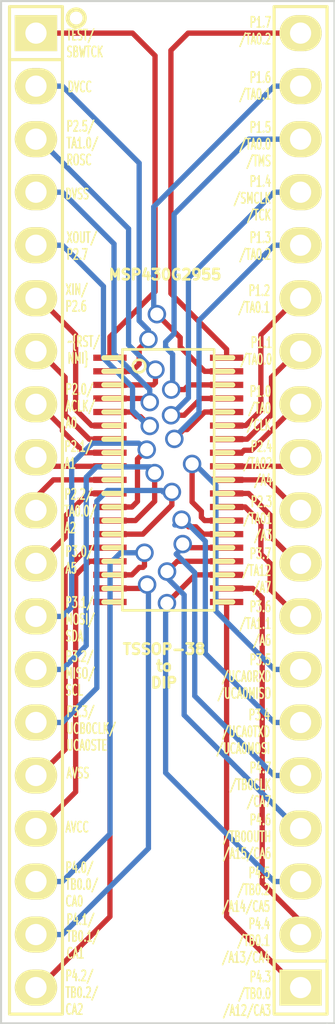
<source format=kicad_pcb>
(kicad_pcb (version 4) (host pcbnew "(2015-02-18 BZR 5431)-product")

  (general
    (links 38)
    (no_connects 0)
    (area 95.421667 94.730499 118.446334 143.814001)
    (thickness 1.6)
    (drawings 47)
    (tracks 289)
    (zones 0)
    (modules 3)
    (nets 39)
  )

  (page A4)
  (layers
    (0 F.Cu signal)
    (31 B.Cu signal)
    (32 B.Adhes user)
    (33 F.Adhes user)
    (34 B.Paste user)
    (35 F.Paste user)
    (36 B.SilkS user)
    (37 F.SilkS user)
    (38 B.Mask user)
    (39 F.Mask user)
    (40 Dwgs.User user)
    (41 Cmts.User user)
    (42 Eco1.User user)
    (43 Eco2.User user)
    (44 Edge.Cuts user)
    (45 Margin user)
    (46 B.CrtYd user)
    (47 F.CrtYd user)
    (48 B.Fab user)
    (49 F.Fab user)
  )

  (setup
    (last_trace_width 0.254)
    (trace_clearance 0.254)
    (zone_clearance 0.508)
    (zone_45_only no)
    (trace_min 0.254)
    (segment_width 0.2)
    (edge_width 0.1)
    (via_size 0.889)
    (via_drill 0.635)
    (via_min_size 0.889)
    (via_min_drill 0.508)
    (uvia_size 0.508)
    (uvia_drill 0.127)
    (uvias_allowed no)
    (uvia_min_size 0.508)
    (uvia_min_drill 0.127)
    (pcb_text_width 0.3)
    (pcb_text_size 0.3 0.5)
    (mod_edge_width 0.15)
    (mod_text_size 1 1)
    (mod_text_width 0.15)
    (pad_size 1.5 1.5)
    (pad_drill 0.6)
    (pad_to_mask_clearance 0)
    (aux_axis_origin 0 0)
    (visible_elements FFFFFF7F)
    (pcbplotparams
      (layerselection 0x010f0_80000001)
      (usegerberextensions true)
      (excludeedgelayer true)
      (linewidth 0.100000)
      (plotframeref false)
      (viasonmask false)
      (mode 1)
      (useauxorigin false)
      (hpglpennumber 1)
      (hpglpenspeed 20)
      (hpglpendiameter 15)
      (hpglpenoverlay 2)
      (psnegative false)
      (psa4output false)
      (plotreference true)
      (plotvalue true)
      (plotinvisibletext false)
      (padsonsilk false)
      (subtractmaskfromsilk false)
      (outputformat 1)
      (mirror false)
      (drillshape 0)
      (scaleselection 1)
      (outputdirectory ""))
  )

  (net 0 "")
  (net 1 /1)
  (net 2 /2)
  (net 3 /3)
  (net 4 /4)
  (net 5 /5)
  (net 6 /6)
  (net 7 /7)
  (net 8 /8)
  (net 9 /9)
  (net 10 /10)
  (net 11 /11)
  (net 12 /12)
  (net 13 /13)
  (net 14 /14)
  (net 15 /15)
  (net 16 /16)
  (net 17 /17)
  (net 18 /18)
  (net 19 /19)
  (net 20 /20)
  (net 21 /21)
  (net 22 /22)
  (net 23 /23)
  (net 24 /24)
  (net 25 /25)
  (net 26 /26)
  (net 27 /27)
  (net 28 /28)
  (net 29 /29)
  (net 30 /30)
  (net 31 /31)
  (net 32 /32)
  (net 33 /33)
  (net 34 /34)
  (net 35 /35)
  (net 36 /36)
  (net 37 /37)
  (net 38 /38)

  (net_class Default "This is the default net class."
    (clearance 0.254)
    (trace_width 0.254)
    (via_dia 0.889)
    (via_drill 0.635)
    (uvia_dia 0.508)
    (uvia_drill 0.127)
    (add_net /1)
    (add_net /10)
    (add_net /11)
    (add_net /12)
    (add_net /13)
    (add_net /14)
    (add_net /15)
    (add_net /16)
    (add_net /17)
    (add_net /18)
    (add_net /19)
    (add_net /2)
    (add_net /20)
    (add_net /21)
    (add_net /22)
    (add_net /23)
    (add_net /24)
    (add_net /25)
    (add_net /26)
    (add_net /27)
    (add_net /28)
    (add_net /29)
    (add_net /3)
    (add_net /30)
    (add_net /31)
    (add_net /32)
    (add_net /33)
    (add_net /34)
    (add_net /35)
    (add_net /36)
    (add_net /37)
    (add_net /38)
    (add_net /4)
    (add_net /5)
    (add_net /6)
    (add_net /7)
    (add_net /8)
    (add_net /9)
  )

  (module SMD_Packages:AB2_TSSOP38 (layer F.Cu) (tedit 54E7EB0C) (tstamp 54E7F0F1)
    (at 106.934 117.729 270)
    (path /54E7A745)
    (attr smd)
    (fp_text reference U1 (at 2.032 -0.889 270) (layer F.SilkS) hide
      (effects (font (size 0.8128 0.8128) (thickness 0.0762)))
    )
    (fp_text value MSP430G2955IDA38 (at 0.254 0.127 270) (layer F.SilkS) hide
      (effects (font (size 0.8128 0.8128) (thickness 0.0762)))
    )
    (fp_circle (center -5.45 1.4) (end -5.45 1.1) (layer F.SilkS) (width 0.127))
    (fp_line (start -6.25 -2.2) (end 6.25 -2.2) (layer F.SilkS) (width 0.127))
    (fp_line (start 6.25 -2.2) (end 6.25 2.2) (layer F.SilkS) (width 0.127))
    (fp_line (start 6.25 2.2) (end -6.25 2.2) (layer F.SilkS) (width 0.127))
    (fp_line (start -6.25 2.2) (end -6.25 -2.2) (layer F.SilkS) (width 0.127))
    (fp_line (start -5.85 -2.27) (end -5.85 -3.09) (layer F.SilkS) (width 0.25))
    (fp_line (start -5.2 -2.27) (end -5.2 -3.09) (layer F.SilkS) (width 0.25))
    (fp_line (start -4.55 -2.27) (end -4.55 -3.09) (layer F.SilkS) (width 0.25))
    (fp_line (start -3.9 -2.27) (end -3.9 -3.09) (layer F.SilkS) (width 0.25))
    (fp_line (start -3.25 -2.27) (end -3.25 -3.09) (layer F.SilkS) (width 0.25))
    (fp_line (start -2.6 -2.27) (end -2.6 -3.09) (layer F.SilkS) (width 0.25))
    (fp_line (start -1.95 -2.27) (end -1.95 -3.09) (layer F.SilkS) (width 0.25))
    (fp_line (start -1.3 -2.27) (end -1.3 -3.09) (layer F.SilkS) (width 0.25))
    (fp_line (start -0.65 -2.27) (end -0.65 -3.09) (layer F.SilkS) (width 0.25))
    (fp_line (start 0 -2.27) (end 0 -3.09) (layer F.SilkS) (width 0.25))
    (fp_line (start 0.65 -2.27) (end 0.65 -3.09) (layer F.SilkS) (width 0.25))
    (fp_line (start 1.3 -2.27) (end 1.3 -3.09) (layer F.SilkS) (width 0.25))
    (fp_line (start 1.95 -2.27) (end 1.95 -3.09) (layer F.SilkS) (width 0.25))
    (fp_line (start 2.6 -2.27) (end 2.6 -3.09) (layer F.SilkS) (width 0.25))
    (fp_line (start 3.25 -2.27) (end 3.25 -3.09) (layer F.SilkS) (width 0.25))
    (fp_line (start 3.9 -2.27) (end 3.9 -3.09) (layer F.SilkS) (width 0.25))
    (fp_line (start 4.55 -2.27) (end 4.55 -3.09) (layer F.SilkS) (width 0.25))
    (fp_line (start 5.2 -2.27) (end 5.2 -3.09) (layer F.SilkS) (width 0.25))
    (fp_line (start 5.85 -2.27) (end 5.85 -3.09) (layer F.SilkS) (width 0.25))
    (fp_line (start -5.85 2.27) (end -5.85 3.09) (layer F.SilkS) (width 0.25))
    (fp_line (start -5.2 2.27) (end -5.2 3.09) (layer F.SilkS) (width 0.25))
    (fp_line (start -4.55 2.27) (end -4.55 3.09) (layer F.SilkS) (width 0.25))
    (fp_line (start -3.9 2.27) (end -3.9 3.09) (layer F.SilkS) (width 0.25))
    (fp_line (start -3.25 2.27) (end -3.25 3.09) (layer F.SilkS) (width 0.25))
    (fp_line (start -2.6 2.27) (end -2.6 3.09) (layer F.SilkS) (width 0.25))
    (fp_line (start -1.95 2.27) (end -1.95 3.09) (layer F.SilkS) (width 0.25))
    (fp_line (start -1.3 2.27) (end -1.3 3.09) (layer F.SilkS) (width 0.25))
    (fp_line (start -0.65 2.27) (end -0.65 3.09) (layer F.SilkS) (width 0.25))
    (fp_line (start 0 2.27) (end 0 3.09) (layer F.SilkS) (width 0.25))
    (fp_line (start 0.65 2.27) (end 0.65 3.09) (layer F.SilkS) (width 0.25))
    (fp_line (start 1.3 2.27) (end 1.3 3.09) (layer F.SilkS) (width 0.25))
    (fp_line (start 1.95 2.27) (end 1.95 3.09) (layer F.SilkS) (width 0.25))
    (fp_line (start 2.6 2.27) (end 2.6 3.09) (layer F.SilkS) (width 0.25))
    (fp_line (start 3.25 2.27) (end 3.25 3.09) (layer F.SilkS) (width 0.25))
    (fp_line (start 3.9 2.27) (end 3.9 3.09) (layer F.SilkS) (width 0.25))
    (fp_line (start 4.55 2.27) (end 4.55 3.09) (layer F.SilkS) (width 0.25))
    (fp_line (start 5.2 2.27) (end 5.2 3.09) (layer F.SilkS) (width 0.25))
    (fp_line (start 5.85 2.27) (end 5.85 3.09) (layer F.SilkS) (width 0.25))
    (pad 1 smd rect (at -5.85 2.8 270) (size 0.3 1.6) (layers F.Cu F.Paste F.Mask)
      (net 1 /1))
    (pad 2 smd rect (at -5.2 2.8 270) (size 0.3 1.6) (layers F.Cu F.Paste F.Mask)
      (net 2 /2))
    (pad 3 smd rect (at -4.55 2.8 270) (size 0.3 1.6) (layers F.Cu F.Paste F.Mask)
      (net 3 /3))
    (pad 4 smd rect (at -3.9 2.8 270) (size 0.3 1.6) (layers F.Cu F.Paste F.Mask)
      (net 4 /4))
    (pad 5 smd rect (at -3.25 2.8 270) (size 0.3 1.6) (layers F.Cu F.Paste F.Mask)
      (net 5 /5))
    (pad 6 smd rect (at -2.6 2.8 270) (size 0.3 1.6) (layers F.Cu F.Paste F.Mask)
      (net 6 /6))
    (pad 7 smd rect (at -1.95 2.8 270) (size 0.3 1.6) (layers F.Cu F.Paste F.Mask)
      (net 7 /7))
    (pad 8 smd rect (at -1.3 2.8 270) (size 0.3 1.6) (layers F.Cu F.Paste F.Mask)
      (net 8 /8))
    (pad 9 smd rect (at -0.65 2.8 270) (size 0.3 1.6) (layers F.Cu F.Paste F.Mask)
      (net 9 /9))
    (pad 10 smd rect (at 0 2.8 270) (size 0.3 1.6) (layers F.Cu F.Paste F.Mask)
      (net 10 /10))
    (pad 11 smd rect (at 0.65 2.8 270) (size 0.3 1.6) (layers F.Cu F.Paste F.Mask)
      (net 11 /11))
    (pad 12 smd rect (at 1.3 2.8 270) (size 0.3 1.6) (layers F.Cu F.Paste F.Mask)
      (net 12 /12))
    (pad 13 smd rect (at 1.95 2.8 270) (size 0.3 1.6) (layers F.Cu F.Paste F.Mask)
      (net 13 /13))
    (pad 14 smd rect (at 2.6 2.8 270) (size 0.3 1.6) (layers F.Cu F.Paste F.Mask)
      (net 14 /14))
    (pad 15 smd rect (at 3.25 2.8 270) (size 0.3 1.6) (layers F.Cu F.Paste F.Mask)
      (net 15 /15))
    (pad 16 smd rect (at 3.9 2.8 270) (size 0.3 1.6) (layers F.Cu F.Paste F.Mask)
      (net 16 /16))
    (pad 17 smd rect (at 4.55 2.8 270) (size 0.3 1.6) (layers F.Cu F.Paste F.Mask)
      (net 17 /17))
    (pad 18 smd rect (at 5.2 2.8 270) (size 0.3 1.6) (layers F.Cu F.Paste F.Mask)
      (net 18 /18))
    (pad 19 smd rect (at 5.85 2.8 270) (size 0.3 1.6) (layers F.Cu F.Paste F.Mask)
      (net 19 /19))
    (pad 20 smd rect (at 5.85 -2.8 270) (size 0.3 1.6) (layers F.Cu F.Paste F.Mask)
      (net 20 /20))
    (pad 21 smd rect (at 5.2 -2.8 270) (size 0.3 1.6) (layers F.Cu F.Paste F.Mask)
      (net 21 /21))
    (pad 22 smd rect (at 4.55 -2.8 270) (size 0.3 1.6) (layers F.Cu F.Paste F.Mask)
      (net 22 /22))
    (pad 23 smd rect (at 3.9 -2.8 270) (size 0.3 1.6) (layers F.Cu F.Paste F.Mask)
      (net 23 /23))
    (pad 24 smd rect (at 3.25 -2.8 270) (size 0.3 1.6) (layers F.Cu F.Paste F.Mask)
      (net 24 /24))
    (pad 25 smd rect (at 2.6 -2.8 270) (size 0.3 1.6) (layers F.Cu F.Paste F.Mask)
      (net 25 /25))
    (pad 26 smd rect (at 1.95 -2.8 270) (size 0.3 1.6) (layers F.Cu F.Paste F.Mask)
      (net 26 /26))
    (pad 27 smd rect (at 1.3 -2.8 270) (size 0.3 1.6) (layers F.Cu F.Paste F.Mask)
      (net 27 /27))
    (pad 28 smd rect (at 0.65 -2.8 270) (size 0.3 1.6) (layers F.Cu F.Paste F.Mask)
      (net 28 /28))
    (pad 29 smd rect (at 0 -2.8 270) (size 0.3 1.6) (layers F.Cu F.Paste F.Mask)
      (net 29 /29))
    (pad 30 smd rect (at -0.65 -2.8 270) (size 0.3 1.6) (layers F.Cu F.Paste F.Mask)
      (net 30 /30))
    (pad 31 smd rect (at -1.3 -2.8 270) (size 0.3 1.6) (layers F.Cu F.Paste F.Mask)
      (net 31 /31))
    (pad 32 smd rect (at -1.95 -2.8 270) (size 0.3 1.6) (layers F.Cu F.Paste F.Mask)
      (net 32 /32))
    (pad 33 smd rect (at -2.6 -2.8 270) (size 0.3 1.6) (layers F.Cu F.Paste F.Mask)
      (net 33 /33))
    (pad 34 smd rect (at -3.25 -2.8 270) (size 0.3 1.6) (layers F.Cu F.Paste F.Mask)
      (net 34 /34))
    (pad 35 smd rect (at -3.9 -2.8 270) (size 0.3 1.6) (layers F.Cu F.Paste F.Mask)
      (net 35 /35))
    (pad 36 smd rect (at -4.55 -2.8 270) (size 0.3 1.6) (layers F.Cu F.Paste F.Mask)
      (net 36 /36))
    (pad 37 smd rect (at -5.2 -2.8 270) (size 0.3 1.6) (layers F.Cu F.Paste F.Mask)
      (net 37 /37))
    (pad 38 smd rect (at -5.85 -2.8 270) (size 0.3 1.6) (layers F.Cu F.Paste F.Mask)
      (net 38 /38))
    (model ab2_tssop/AB2_TSSOP38_W.x3d
      (at (xyz 0 0 0))
      (scale (xyz 0.3937 0.3937 0.3937))
      (rotate (xyz 0 0 180))
    )
  )

  (module Pin_Headers:Pin_Header_Straight_1x19 (layer F.Cu) (tedit 54E7D560) (tstamp 54E7E3AA)
    (at 100.584 119.1895 270)
    (descr "Through hole pin header")
    (tags "pin header")
    (path /54E7A7B2)
    (fp_text reference P1 (at 23.1013 -1.9812 270) (layer F.SilkS) hide
      (effects (font (size 1 1) (thickness 0.15)))
    )
    (fp_text value CONN_01X19 (at 0 0 270) (layer F.SilkS) hide
      (effects (font (size 1 1) (thickness 0.15)))
    )
    (fp_line (start -21.59 -1.27) (end 24.13 -1.27) (layer F.SilkS) (width 0.15))
    (fp_line (start 24.13 -1.27) (end 24.13 1.27) (layer F.SilkS) (width 0.15))
    (fp_line (start 24.13 1.27) (end -21.59 1.27) (layer F.SilkS) (width 0.15))
    (fp_line (start -24.13 -1.27) (end -21.59 -1.27) (layer F.SilkS) (width 0.15))
    (fp_line (start -21.59 -1.27) (end -21.59 1.27) (layer F.SilkS) (width 0.15))
    (fp_line (start -24.13 -1.27) (end -24.13 1.27) (layer F.SilkS) (width 0.15))
    (fp_line (start -24.13 1.27) (end -21.59 1.27) (layer F.SilkS) (width 0.15))
    (pad 1 thru_hole rect (at -22.86 0 270) (size 1.7272 2.032) (drill 1.016) (layers *.Cu *.Mask F.SilkS)
      (net 1 /1))
    (pad 2 thru_hole oval (at -20.32 0 270) (size 1.7272 2.032) (drill 1.016) (layers *.Cu *.Mask F.SilkS)
      (net 2 /2))
    (pad 3 thru_hole oval (at -17.78 0 270) (size 1.7272 2.032) (drill 1.016) (layers *.Cu *.Mask F.SilkS)
      (net 3 /3))
    (pad 4 thru_hole oval (at -15.24 0 270) (size 1.7272 2.032) (drill 1.016) (layers *.Cu *.Mask F.SilkS)
      (net 4 /4))
    (pad 5 thru_hole oval (at -12.7 0 270) (size 1.7272 2.032) (drill 1.016) (layers *.Cu *.Mask F.SilkS)
      (net 5 /5))
    (pad 6 thru_hole oval (at -10.16 0 270) (size 1.7272 2.032) (drill 1.016) (layers *.Cu *.Mask F.SilkS)
      (net 6 /6))
    (pad 7 thru_hole oval (at -7.62 0 270) (size 1.7272 2.032) (drill 1.016) (layers *.Cu *.Mask F.SilkS)
      (net 7 /7))
    (pad 8 thru_hole oval (at -5.08 0 270) (size 1.7272 2.032) (drill 1.016) (layers *.Cu *.Mask F.SilkS)
      (net 8 /8))
    (pad 9 thru_hole oval (at -2.54 0 270) (size 1.7272 2.032) (drill 1.016) (layers *.Cu *.Mask F.SilkS)
      (net 9 /9))
    (pad 10 thru_hole oval (at 0 0 270) (size 1.7272 2.032) (drill 1.016) (layers *.Cu *.Mask F.SilkS)
      (net 10 /10))
    (pad 11 thru_hole oval (at 2.54 0 270) (size 1.7272 2.032) (drill 1.016) (layers *.Cu *.Mask F.SilkS)
      (net 11 /11))
    (pad 12 thru_hole oval (at 5.08 0 270) (size 1.7272 2.032) (drill 1.016) (layers *.Cu *.Mask F.SilkS)
      (net 12 /12))
    (pad 13 thru_hole oval (at 7.62 0 270) (size 1.7272 2.032) (drill 1.016) (layers *.Cu *.Mask F.SilkS)
      (net 13 /13))
    (pad 14 thru_hole oval (at 10.16 0 270) (size 1.7272 2.032) (drill 1.016) (layers *.Cu *.Mask F.SilkS)
      (net 14 /14))
    (pad 15 thru_hole oval (at 12.7 0 270) (size 1.7272 2.032) (drill 1.016) (layers *.Cu *.Mask F.SilkS)
      (net 15 /15))
    (pad 16 thru_hole oval (at 15.24 0 270) (size 1.7272 2.032) (drill 1.016) (layers *.Cu *.Mask F.SilkS)
      (net 16 /16))
    (pad 17 thru_hole oval (at 17.78 0 270) (size 1.7272 2.032) (drill 1.016) (layers *.Cu *.Mask F.SilkS)
      (net 17 /17))
    (pad 18 thru_hole oval (at 20.32 0 270) (size 1.7272 2.032) (drill 1.016) (layers *.Cu *.Mask F.SilkS)
      (net 18 /18))
    (pad 19 thru_hole oval (at 22.86 0 270) (size 1.7272 2.032) (drill 1.016) (layers *.Cu *.Mask F.SilkS)
      (net 19 /19))
    (model Pin_Headers/Pin_Header_Straight_1x19.wrl
      (at (xyz 0 0 0))
      (scale (xyz 1 1 1))
      (rotate (xyz 0 0 0))
    )
  )

  (module Pin_Headers:Pin_Header_Straight_1x19 (layer F.Cu) (tedit 54E7DBB8) (tstamp 54E7F43C)
    (at 113.284 119.1895 90)
    (descr "Through hole pin header")
    (tags "pin header")
    (path /54E7AE33)
    (fp_text reference P2 (at -22.8981 -2.032 90) (layer F.SilkS) hide
      (effects (font (size 1 1) (thickness 0.15)))
    )
    (fp_text value CONN_01X19 (at 0 0 90) (layer F.SilkS) hide
      (effects (font (size 1 1) (thickness 0.15)))
    )
    (fp_line (start -21.59 -1.27) (end 24.13 -1.27) (layer F.SilkS) (width 0.15))
    (fp_line (start 24.13 -1.27) (end 24.13 1.27) (layer F.SilkS) (width 0.15))
    (fp_line (start 24.13 1.27) (end -21.59 1.27) (layer F.SilkS) (width 0.15))
    (fp_line (start -24.13 -1.27) (end -21.59 -1.27) (layer F.SilkS) (width 0.15))
    (fp_line (start -21.59 -1.27) (end -21.59 1.27) (layer F.SilkS) (width 0.15))
    (fp_line (start -24.13 -1.27) (end -24.13 1.27) (layer F.SilkS) (width 0.15))
    (fp_line (start -24.13 1.27) (end -21.59 1.27) (layer F.SilkS) (width 0.15))
    (pad 1 thru_hole rect (at -22.86 0 90) (size 1.7272 2.032) (drill 1.016) (layers *.Cu *.Mask F.SilkS)
      (net 20 /20))
    (pad 2 thru_hole oval (at -20.32 0 90) (size 1.7272 2.032) (drill 1.016) (layers *.Cu *.Mask F.SilkS)
      (net 21 /21))
    (pad 3 thru_hole oval (at -17.78 0 90) (size 1.7272 2.032) (drill 1.016) (layers *.Cu *.Mask F.SilkS)
      (net 22 /22))
    (pad 4 thru_hole oval (at -15.24 0 90) (size 1.7272 2.032) (drill 1.016) (layers *.Cu *.Mask F.SilkS)
      (net 23 /23))
    (pad 5 thru_hole oval (at -12.7 0 90) (size 1.7272 2.032) (drill 1.016) (layers *.Cu *.Mask F.SilkS)
      (net 24 /24))
    (pad 6 thru_hole oval (at -10.16 0 90) (size 1.7272 2.032) (drill 1.016) (layers *.Cu *.Mask F.SilkS)
      (net 25 /25))
    (pad 7 thru_hole oval (at -7.62 0 90) (size 1.7272 2.032) (drill 1.016) (layers *.Cu *.Mask F.SilkS)
      (net 26 /26))
    (pad 8 thru_hole oval (at -5.08 0 90) (size 1.7272 2.032) (drill 1.016) (layers *.Cu *.Mask F.SilkS)
      (net 27 /27))
    (pad 9 thru_hole oval (at -2.54 0 90) (size 1.7272 2.032) (drill 1.016) (layers *.Cu *.Mask F.SilkS)
      (net 28 /28))
    (pad 10 thru_hole oval (at 0 0 90) (size 1.7272 2.032) (drill 1.016) (layers *.Cu *.Mask F.SilkS)
      (net 29 /29))
    (pad 11 thru_hole oval (at 2.54 0 90) (size 1.7272 2.032) (drill 1.016) (layers *.Cu *.Mask F.SilkS)
      (net 30 /30))
    (pad 12 thru_hole oval (at 5.08 0 90) (size 1.7272 2.032) (drill 1.016) (layers *.Cu *.Mask F.SilkS)
      (net 31 /31))
    (pad 13 thru_hole oval (at 7.62 0 90) (size 1.7272 2.032) (drill 1.016) (layers *.Cu *.Mask F.SilkS)
      (net 32 /32))
    (pad 14 thru_hole oval (at 10.16 0 90) (size 1.7272 2.032) (drill 1.016) (layers *.Cu *.Mask F.SilkS)
      (net 33 /33))
    (pad 15 thru_hole oval (at 12.7 0 90) (size 1.7272 2.032) (drill 1.016) (layers *.Cu *.Mask F.SilkS)
      (net 34 /34))
    (pad 16 thru_hole oval (at 15.24 0 90) (size 1.7272 2.032) (drill 1.016) (layers *.Cu *.Mask F.SilkS)
      (net 35 /35))
    (pad 17 thru_hole oval (at 17.78 0 90) (size 1.7272 2.032) (drill 1.016) (layers *.Cu *.Mask F.SilkS)
      (net 36 /36))
    (pad 18 thru_hole oval (at 20.32 0 90) (size 1.7272 2.032) (drill 1.016) (layers *.Cu *.Mask F.SilkS)
      (net 37 /37))
    (pad 19 thru_hole oval (at 22.86 0 90) (size 1.7272 2.032) (drill 1.016) (layers *.Cu *.Mask F.SilkS)
      (net 38 /38))
    (model Pin_Headers/Pin_Header_Straight_1x19.wrl
      (at (xyz 0 0 0))
      (scale (xyz 1 1 1))
      (rotate (xyz 0 0 0))
    )
  )

  (gr_text "TSSOP-38\nto\nDIP" (at 106.7308 126.6444) (layer F.SilkS)
    (effects (font (size 0.5 0.5) (thickness 0.125)))
  )
  (gr_text MSP430G2955 (at 106.7816 107.8992) (layer F.SilkS)
    (effects (font (size 0.5 0.5) (thickness 0.125)))
  )
  (gr_line (start 98.9076 94.7928) (end 99.3648 94.7928) (layer Edge.Cuts) (width 0.1))
  (gr_line (start 98.9076 143.764) (end 98.9076 94.7928) (layer Edge.Cuts) (width 0.1))
  (gr_line (start 114.554 143.764) (end 114.9096 143.764) (layer Edge.Cuts) (width 0.1))
  (gr_line (start 114.554 143.764) (end 98.9076 143.764) (layer Edge.Cuts) (width 0.1))
  (gr_line (start 114.9096 94.7928) (end 114.9096 143.764) (layer Edge.Cuts) (width 0.1))
  (gr_line (start 99.3648 94.7928) (end 114.9096 94.7928) (layer Edge.Cuts) (width 0.1))
  (gr_text "P4.3\n/TB0.0\n/A12/CA3" (at 111.9124 142.3416) (layer F.SilkS)
    (effects (font (size 0.5 0.3) (thickness 0.075)) (justify right))
  )
  (gr_text "P4.4\n/TB0.1\n/A13/CA4" (at 111.8616 139.8016) (layer F.SilkS)
    (effects (font (size 0.5 0.3) (thickness 0.075)) (justify right))
  )
  (gr_text "P4.5\n/TB0.2\n/A14/CA5" (at 111.8616 137.3632) (layer F.SilkS)
    (effects (font (size 0.5 0.3) (thickness 0.075)) (justify right))
  )
  (gr_text "P4.6\n/TB0OUTH\n/A15/CA6" (at 111.9124 134.8232) (layer F.SilkS)
    (effects (font (size 0.5 0.3) (thickness 0.075)) (justify right))
  )
  (gr_text "P4.7\n/TB0CLK\n/CA7" (at 111.9124 132.334) (layer F.SilkS)
    (effects (font (size 0.5 0.3) (thickness 0.075)) (justify right))
  )
  (gr_text "P3.4\n/UCA0TXD\n/UCA0MOSI" (at 111.8616 129.794) (layer F.SilkS)
    (effects (font (size 0.5 0.3) (thickness 0.075)) (justify right))
  )
  (gr_text "P3.5\n/UCA0RXD\n/UCA0MISO" (at 111.9124 127.1524) (layer F.SilkS)
    (effects (font (size 0.5 0.3) (thickness 0.075)) (justify right))
  )
  (gr_text "P3.6\n/TA1.1\n/A6" (at 111.9124 124.6124) (layer F.SilkS)
    (effects (font (size 0.5 0.3) (thickness 0.075)) (justify right))
  )
  (gr_text "P3.7\n/TA12\n/A7" (at 111.9124 122.0724) (layer F.SilkS)
    (effects (font (size 0.5 0.3) (thickness 0.075)) (justify right))
  )
  (gr_text "P2.3\n/TA01\n/A3" (at 111.9632 119.5832) (layer F.SilkS)
    (effects (font (size 0.5 0.3) (thickness 0.075)) (justify right))
  )
  (gr_text "P2.4\n/TA02\n/A4" (at 111.9632 116.9416) (layer F.SilkS)
    (effects (font (size 0.5 0.3) (thickness 0.075)) (justify right))
  )
  (gr_text "P1.0\n/TA0\n/CLK" (at 111.9124 114.3) (layer F.SilkS)
    (effects (font (size 0.5 0.3) (thickness 0.075)) (justify right))
  )
  (gr_text "P1.1\n/TA0.0" (at 111.9632 111.5568) (layer F.SilkS)
    (effects (font (size 0.5 0.3) (thickness 0.075)) (justify right))
  )
  (gr_text "P1.2\n/TA0.1" (at 111.8616 109.0676) (layer F.SilkS)
    (effects (font (size 0.5 0.3) (thickness 0.075)) (justify right))
  )
  (gr_text "P1.3\n/TA0.2" (at 111.9124 106.5276) (layer F.SilkS)
    (effects (font (size 0.5 0.3) (thickness 0.075)) (justify right))
  )
  (gr_text "P1.4\n/SMCLK\n/TCK" (at 111.9124 104.2416) (layer F.SilkS)
    (effects (font (size 0.5 0.3) (thickness 0.075)) (justify right))
  )
  (gr_text "P1.5\n/TA0.0\n/TMS" (at 111.9124 101.6508) (layer F.SilkS)
    (effects (font (size 0.5 0.3) (thickness 0.075)) (justify right))
  )
  (gr_text "P1.6\n/TA0.1" (at 111.9124 98.8568) (layer F.SilkS)
    (effects (font (size 0.5 0.3) (thickness 0.075)) (justify right))
  )
  (gr_text "P1.7\n/TA0.2" (at 111.9124 96.2152) (layer F.SilkS)
    (effects (font (size 0.5 0.3) (thickness 0.075)) (justify right))
  )
  (gr_text "P4.2/\nTB0.2/\nCA2" (at 101.9556 142.2908) (layer F.SilkS)
    (effects (font (size 0.5 0.3) (thickness 0.075)) (justify left))
  )
  (gr_text "P4.1/\nTB0.1/\nCA1" (at 102.0064 139.5984) (layer F.SilkS)
    (effects (font (size 0.5 0.3) (thickness 0.075)) (justify left))
  )
  (gr_text "P4.0/\nTB0.0/\nCA0" (at 101.9556 137.1092) (layer F.SilkS)
    (effects (font (size 0.5 0.3) (thickness 0.075)) (justify left))
  )
  (gr_text AVCC (at 101.9556 134.366) (layer F.SilkS)
    (effects (font (size 0.5 0.3) (thickness 0.075)) (justify left))
  )
  (gr_text AVSS (at 102.0064 131.7752) (layer F.SilkS)
    (effects (font (size 0.5 0.3) (thickness 0.075)) (justify left))
  )
  (gr_text "P3.3/\nUCB0CLK/\nUCA0STE" (at 102.0064 129.6416) (layer F.SilkS)
    (effects (font (size 0.5 0.3) (thickness 0.075)) (justify left))
  )
  (gr_circle (center 102.5144 95.6056) (end 102.87 95.8088) (layer F.SilkS) (width 0.2))
  (gr_text "P3.2/\nMISO/\nSCL" (at 101.9556 127) (layer F.SilkS)
    (effects (font (size 0.5 0.3) (thickness 0.075)) (justify left))
  )
  (gr_text "P3.1/\nMOSI/\nSDA" (at 101.9556 124.4092) (layer F.SilkS)
    (effects (font (size 0.5 0.3) (thickness 0.075)) (justify left))
  )
  (gr_text "P3.0/\nA5" (at 101.9556 121.5644) (layer F.SilkS)
    (effects (font (size 0.5 0.3) (thickness 0.075)) (justify left))
  )
  (gr_text "P2.2/\nTA0.0/\nA2" (at 101.9048 119.2276) (layer F.SilkS)
    (effects (font (size 0.5 0.3) (thickness 0.075)) (justify left))
  )
  (gr_text "P2.1/\nA1" (at 101.9048 116.5352) (layer F.SilkS)
    (effects (font (size 0.5 0.3) (thickness 0.075)) (justify left))
  )
  (gr_text "P2.0/\nACLK/\nA0" (at 101.9556 114.1984) (layer F.SilkS)
    (effects (font (size 0.5 0.3) (thickness 0.075)) (justify left))
  )
  (gr_text "~RST/\nNMI" (at 102.0572 111.506) (layer F.SilkS)
    (effects (font (size 0.5 0.3) (thickness 0.075)) (justify left))
  )
  (gr_text "XIN/\nP2.6" (at 101.9556 109.0168) (layer F.SilkS)
    (effects (font (size 0.5 0.3) (thickness 0.075)) (justify left))
  )
  (gr_text "XOUT/\nP2.7" (at 102.0064 106.5276) (layer F.SilkS)
    (effects (font (size 0.5 0.3) (thickness 0.075)) (justify left))
  )
  (gr_text DVSS (at 102.5652 104.0384) (layer F.SilkS)
    (effects (font (size 0.5 0.3) (thickness 0.075)))
  )
  (gr_text "P2.5/\nTA1.0/\nROSC" (at 102.0064 101.6) (layer F.SilkS)
    (effects (font (size 0.5 0.3) (thickness 0.075)) (justify left))
  )
  (gr_text DVCC (at 102.0572 98.9076) (layer F.SilkS)
    (effects (font (size 0.5 0.3) (thickness 0.075)) (justify left))
  )
  (gr_text "TEST/\nSBWTCK\n\n" (at 102.0064 97.2312) (layer F.SilkS)
    (effects (font (size 0.5 0.3) (thickness 0.075)) (justify left))
  )

  (segment (start 106.299 97.409) (end 105.2195 96.3295) (width 0.254) (layer F.Cu) (net 1))
  (segment (start 105.2195 96.3295) (end 100.584 96.3295) (width 0.254) (layer F.Cu) (net 1))
  (segment (start 106.299 108.712) (end 106.299 97.409) (width 0.254) (layer F.Cu) (net 1))
  (segment (start 104.134 110.877) (end 106.299 108.712) (width 0.254) (layer F.Cu) (net 1))
  (segment (start 104.134 111.879) (end 104.134 110.877) (width 0.254) (layer F.Cu) (net 1))
  (segment (start 105.9815 110.998) (end 105.537001 111.442499) (width 0.254) (layer F.Cu) (net 2))
  (segment (start 105.537001 111.442499) (end 105.537001 112.179999) (width 0.254) (layer F.Cu) (net 2))
  (segment (start 105.537001 112.179999) (end 105.188 112.529) (width 0.254) (layer F.Cu) (net 2))
  (segment (start 105.188 112.529) (end 104.134 112.529) (width 0.254) (layer F.Cu) (net 2))
  (segment (start 105.537 110.109) (end 105.9815 110.5535) (width 0.254) (layer B.Cu) (net 2))
  (segment (start 105.9815 110.5535) (end 105.9815 110.998) (width 0.254) (layer B.Cu) (net 2))
  (via (at 105.9815 110.998) (size 0.889) (drill 0.635) (layers F.Cu B.Cu) (net 2))
  (segment (start 105.537 102.5525) (end 105.537 110.109) (width 0.254) (layer B.Cu) (net 2))
  (segment (start 100.584 98.8695) (end 101.854 98.8695) (width 0.254) (layer B.Cu) (net 2))
  (segment (start 101.854 98.8695) (end 105.537 102.5525) (width 0.254) (layer B.Cu) (net 2))
  (segment (start 106.316914 112.45056) (end 106.316914 113.079177) (width 0.254) (layer F.Cu) (net 3))
  (segment (start 105.188 113.179) (end 104.134 113.179) (width 0.254) (layer F.Cu) (net 3))
  (segment (start 106.316914 113.079177) (end 106.217091 113.179) (width 0.254) (layer F.Cu) (net 3))
  (segment (start 106.217091 113.179) (end 105.188 113.179) (width 0.254) (layer F.Cu) (net 3))
  (segment (start 106.156758 112.395) (end 106.261354 112.395) (width 0.254) (layer B.Cu) (net 3))
  (segment (start 106.261354 112.395) (end 106.316914 112.45056) (width 0.254) (layer B.Cu) (net 3))
  (via (at 106.316914 112.45056) (size 0.889) (drill 0.635) (layers F.Cu B.Cu) (net 3))
  (segment (start 100.584 101.4095) (end 100.7364 101.4095) (width 0.254) (layer B.Cu) (net 3))
  (segment (start 105.02899 111.267232) (end 106.156758 112.395) (width 0.254) (layer B.Cu) (net 3))
  (segment (start 100.7364 101.4095) (end 105.02899 105.70209) (width 0.254) (layer B.Cu) (net 3))
  (segment (start 105.02899 105.70209) (end 105.02899 111.267232) (width 0.254) (layer B.Cu) (net 3))
  (segment (start 106.045 114.00451) (end 105.86949 113.829) (width 0.254) (layer F.Cu) (net 4))
  (segment (start 105.86949 113.829) (end 104.134 113.829) (width 0.254) (layer F.Cu) (net 4))
  (segment (start 106.045 113.8555) (end 106.045 114.00451) (width 0.254) (layer B.Cu) (net 4))
  (via (at 106.045 114.00451) (size 0.889) (drill 0.635) (layers F.Cu B.Cu) (net 4))
  (segment (start 106.045 113.400388) (end 106.045 113.8555) (width 0.254) (layer B.Cu) (net 4))
  (segment (start 104.3305 106.426) (end 104.3305 111.685888) (width 0.254) (layer B.Cu) (net 4))
  (segment (start 104.3305 111.685888) (end 106.045 113.400388) (width 0.254) (layer B.Cu) (net 4))
  (segment (start 100.584 103.9495) (end 101.854 103.9495) (width 0.254) (layer B.Cu) (net 4))
  (segment (start 101.854 103.9495) (end 104.3305 106.426) (width 0.254) (layer B.Cu) (net 4))
  (segment (start 106.045 115.147513) (end 105.600501 114.703014) (width 0.254) (layer F.Cu) (net 5))
  (segment (start 105.600501 114.703014) (end 105.412014 114.703014) (width 0.254) (layer F.Cu) (net 5))
  (segment (start 105.412014 114.703014) (end 105.188 114.479) (width 0.254) (layer F.Cu) (net 5))
  (segment (start 105.188 114.479) (end 104.134 114.479) (width 0.254) (layer F.Cu) (net 5))
  (segment (start 106.045 115.062) (end 106.045 115.147513) (width 0.254) (layer B.Cu) (net 5))
  (via (at 106.045 115.147513) (size 0.889) (drill 0.635) (layers F.Cu B.Cu) (net 5))
  (segment (start 105.880748 115.062) (end 106.045 115.062) (width 0.254) (layer B.Cu) (net 5))
  (segment (start 103.822491 111.896313) (end 105.219499 113.293321) (width 0.254) (layer B.Cu) (net 5))
  (segment (start 105.219499 114.400751) (end 105.880748 115.062) (width 0.254) (layer B.Cu) (net 5))
  (segment (start 105.219499 113.293321) (end 105.219499 114.400751) (width 0.254) (layer B.Cu) (net 5))
  (segment (start 100.584 106.4895) (end 101.854 106.4895) (width 0.254) (layer B.Cu) (net 5))
  (segment (start 101.854 106.4895) (end 103.82249 108.45799) (width 0.254) (layer B.Cu) (net 5))
  (segment (start 103.82249 108.45799) (end 103.822491 111.896313) (width 0.254) (layer B.Cu) (net 5))
  (segment (start 104.134 115.129) (end 103.2545 115.129) (width 0.254) (layer F.Cu) (net 6))
  (segment (start 102.48902 110.78212) (end 100.7364 109.0295) (width 0.254) (layer F.Cu) (net 6))
  (segment (start 103.2545 115.129) (end 102.48902 114.36352) (width 0.254) (layer F.Cu) (net 6))
  (segment (start 102.48902 114.36352) (end 102.48902 110.78212) (width 0.254) (layer F.Cu) (net 6))
  (segment (start 100.7364 109.0295) (end 100.584 109.0295) (width 0.254) (layer F.Cu) (net 6))
  (segment (start 104.134 115.779) (end 103.1425 115.779) (width 0.254) (layer F.Cu) (net 7))
  (segment (start 103.1425 115.779) (end 101.98101 114.61751) (width 0.254) (layer F.Cu) (net 7))
  (segment (start 101.98101 114.61751) (end 101.98101 112.81411) (width 0.254) (layer F.Cu) (net 7))
  (segment (start 101.98101 112.81411) (end 100.7364 111.5695) (width 0.254) (layer F.Cu) (net 7))
  (segment (start 100.7364 111.5695) (end 100.584 111.5695) (width 0.254) (layer F.Cu) (net 7))
  (segment (start 104.134 116.429) (end 102.9035 116.429) (width 0.254) (layer F.Cu) (net 8))
  (segment (start 102.9035 116.429) (end 101.854 115.3795) (width 0.254) (layer F.Cu) (net 8))
  (segment (start 101.854 115.3795) (end 101.854 115.2271) (width 0.254) (layer F.Cu) (net 8))
  (segment (start 101.854 115.2271) (end 100.7364 114.1095) (width 0.254) (layer F.Cu) (net 8))
  (segment (start 100.7364 114.1095) (end 100.584 114.1095) (width 0.254) (layer F.Cu) (net 8))
  (segment (start 104.134 117.079) (end 101.0135 117.079) (width 0.254) (layer F.Cu) (net 9))
  (segment (start 101.0135 117.079) (end 100.584 116.6495) (width 0.254) (layer F.Cu) (net 9))
  (segment (start 104.134 117.729) (end 101.417044 117.729) (width 0.254) (layer F.Cu) (net 10))
  (segment (start 101.417044 117.729) (end 100.584 118.562044) (width 0.254) (layer F.Cu) (net 10))
  (segment (start 100.584 118.562044) (end 100.584 119.1895) (width 0.254) (layer F.Cu) (net 10))
  (segment (start 104.134 118.379) (end 103.08 118.379) (width 0.254) (layer F.Cu) (net 11))
  (segment (start 100.7364 121.7295) (end 100.584 121.7295) (width 0.254) (layer F.Cu) (net 11))
  (segment (start 103.08 118.379) (end 101.98101 119.47799) (width 0.254) (layer F.Cu) (net 11))
  (segment (start 101.98101 120.48489) (end 100.7364 121.7295) (width 0.254) (layer F.Cu) (net 11))
  (segment (start 101.98101 119.47799) (end 101.98101 120.48489) (width 0.254) (layer F.Cu) (net 11))
  (segment (start 105.900139 116.281298) (end 105.45564 116.725797) (width 0.254) (layer F.Cu) (net 12))
  (segment (start 105.45564 116.725797) (end 105.45564 118.76136) (width 0.254) (layer F.Cu) (net 12))
  (segment (start 105.45564 118.76136) (end 105.188 119.029) (width 0.254) (layer F.Cu) (net 12))
  (segment (start 105.188 119.029) (end 104.134 119.029) (width 0.254) (layer F.Cu) (net 12))
  (segment (start 105.514986 115.973014) (end 105.82327 116.281298) (width 0.254) (layer B.Cu) (net 12))
  (segment (start 105.82327 116.281298) (end 105.900139 116.281298) (width 0.254) (layer B.Cu) (net 12))
  (via (at 105.900139 116.281298) (size 0.889) (drill 0.635) (layers F.Cu B.Cu) (net 12))
  (segment (start 102.2985 116.967) (end 103.292486 115.973014) (width 0.254) (layer B.Cu) (net 12))
  (segment (start 103.292486 115.973014) (end 105.514986 115.973014) (width 0.254) (layer B.Cu) (net 12))
  (segment (start 102.2985 123.825) (end 102.2985 116.967) (width 0.254) (layer B.Cu) (net 12))
  (segment (start 100.584 124.2695) (end 101.854 124.2695) (width 0.254) (layer B.Cu) (net 12))
  (segment (start 101.854 124.2695) (end 102.2985 123.825) (width 0.254) (layer B.Cu) (net 12))
  (segment (start 106.28115 117.404008) (end 106.28115 118.75565) (width 0.254) (layer F.Cu) (net 13))
  (segment (start 106.28115 118.75565) (end 105.3578 119.679) (width 0.254) (layer F.Cu) (net 13))
  (segment (start 105.3578 119.679) (end 105.188 119.679) (width 0.254) (layer F.Cu) (net 13))
  (segment (start 105.188 119.679) (end 104.134 119.679) (width 0.254) (layer F.Cu) (net 13))
  (segment (start 106.057799 117.106799) (end 106.28115 117.33015) (width 0.254) (layer B.Cu) (net 13))
  (segment (start 106.28115 117.33015) (end 106.28115 117.404008) (width 0.254) (layer B.Cu) (net 13))
  (via (at 106.28115 117.404008) (size 0.889) (drill 0.635) (layers F.Cu B.Cu) (net 13))
  (segment (start 102.997 117.602) (end 103.492201 117.106799) (width 0.254) (layer B.Cu) (net 13))
  (segment (start 103.492201 117.106799) (end 106.057799 117.106799) (width 0.254) (layer B.Cu) (net 13))
  (segment (start 102.997 125.6665) (end 102.997 117.602) (width 0.254) (layer B.Cu) (net 13))
  (segment (start 100.584 126.8095) (end 101.854 126.8095) (width 0.254) (layer B.Cu) (net 13))
  (segment (start 101.854 126.8095) (end 102.997 125.6665) (width 0.254) (layer B.Cu) (net 13))
  (segment (start 107.10666 118.309068) (end 107.10666 118.937685) (width 0.254) (layer F.Cu) (net 14))
  (segment (start 105.715345 120.329) (end 105.188 120.329) (width 0.254) (layer F.Cu) (net 14))
  (segment (start 107.10666 118.937685) (end 105.715345 120.329) (width 0.254) (layer F.Cu) (net 14))
  (segment (start 105.188 120.329) (end 104.134 120.329) (width 0.254) (layer F.Cu) (net 14))
  (segment (start 106.6165 118.237) (end 106.688568 118.309068) (width 0.254) (layer B.Cu) (net 14))
  (segment (start 106.688568 118.309068) (end 107.10666 118.309068) (width 0.254) (layer B.Cu) (net 14))
  (via (at 107.10666 118.309068) (size 0.889) (drill 0.635) (layers F.Cu B.Cu) (net 14))
  (segment (start 104.013 118.237) (end 106.6165 118.237) (width 0.254) (layer B.Cu) (net 14))
  (segment (start 103.50501 118.74499) (end 104.013 118.237) (width 0.254) (layer B.Cu) (net 14))
  (segment (start 103.50501 125.876924) (end 103.50501 118.74499) (width 0.254) (layer B.Cu) (net 14))
  (segment (start 100.584 129.3495) (end 101.854 129.3495) (width 0.254) (layer B.Cu) (net 14))
  (segment (start 101.854 129.3495) (end 103.50501 127.69849) (width 0.254) (layer B.Cu) (net 14))
  (segment (start 103.50501 127.69849) (end 103.50501 125.876924) (width 0.254) (layer B.Cu) (net 14))
  (segment (start 104.134 120.979) (end 103.08 120.979) (width 0.254) (layer F.Cu) (net 15))
  (segment (start 103.08 120.979) (end 101.98101 122.07799) (width 0.254) (layer F.Cu) (net 15))
  (segment (start 101.98101 122.07799) (end 101.98101 130.64489) (width 0.254) (layer F.Cu) (net 15))
  (segment (start 101.98101 130.64489) (end 100.7364 131.8895) (width 0.254) (layer F.Cu) (net 15))
  (segment (start 100.7364 131.8895) (end 100.584 131.8895) (width 0.254) (layer F.Cu) (net 15))
  (segment (start 104.134 121.629) (end 103.148434 121.629) (width 0.254) (layer F.Cu) (net 16))
  (segment (start 103.148434 121.629) (end 102.48902 122.288414) (width 0.254) (layer F.Cu) (net 16))
  (segment (start 102.48902 122.288414) (end 102.48902 132.67688) (width 0.254) (layer F.Cu) (net 16))
  (segment (start 102.48902 132.67688) (end 100.7364 134.4295) (width 0.254) (layer F.Cu) (net 16))
  (segment (start 100.7364 134.4295) (end 100.584 134.4295) (width 0.254) (layer F.Cu) (net 16))
  (segment (start 105.791 121.2215) (end 105.791 121.850117) (width 0.254) (layer F.Cu) (net 17))
  (segment (start 105.791 121.850117) (end 105.721118 121.919999) (width 0.254) (layer F.Cu) (net 17))
  (segment (start 105.721118 121.919999) (end 105.547001 121.919999) (width 0.254) (layer F.Cu) (net 17))
  (segment (start 105.547001 121.919999) (end 105.188 122.279) (width 0.254) (layer F.Cu) (net 17))
  (segment (start 100.584 136.9695) (end 101.854 136.9695) (width 0.254) (layer B.Cu) (net 17))
  (segment (start 104.14 121.7295) (end 104.7115 121.158) (width 0.254) (layer B.Cu) (net 17))
  (segment (start 101.854 136.9695) (end 104.14 134.6835) (width 0.254) (layer B.Cu) (net 17))
  (segment (start 104.7115 121.158) (end 104.775 121.2215) (width 0.254) (layer B.Cu) (net 17))
  (segment (start 104.775 121.2215) (end 105.791 121.2215) (width 0.254) (layer B.Cu) (net 17))
  (segment (start 104.14 134.6835) (end 104.14 121.7295) (width 0.254) (layer B.Cu) (net 17))
  (segment (start 105.188 122.279) (end 104.134 122.279) (width 0.254) (layer F.Cu) (net 17))
  (via (at 105.791 121.2215) (size 0.889) (drill 0.635) (layers F.Cu B.Cu) (net 17))
  (segment (start 105.918 122.7455) (end 105.7345 122.929) (width 0.254) (layer F.Cu) (net 18))
  (segment (start 105.7345 122.929) (end 104.134 122.929) (width 0.254) (layer F.Cu) (net 18))
  (segment (start 105.9815 122.8725) (end 105.9815 122.809) (width 0.254) (layer B.Cu) (net 18))
  (segment (start 105.9815 122.809) (end 105.918 122.7455) (width 0.254) (layer B.Cu) (net 18))
  (via (at 105.918 122.7455) (size 0.889) (drill 0.635) (layers F.Cu B.Cu) (net 18))
  (segment (start 105.9815 135.382) (end 105.9815 122.8725) (width 0.254) (layer B.Cu) (net 18))
  (segment (start 100.584 139.5095) (end 101.854 139.5095) (width 0.254) (layer B.Cu) (net 18))
  (segment (start 101.854 139.5095) (end 105.9815 135.382) (width 0.254) (layer B.Cu) (net 18))
  (segment (start 104.134 123.579) (end 104.134 138.6519) (width 0.254) (layer F.Cu) (net 19))
  (segment (start 104.134 138.6519) (end 100.7364 142.0495) (width 0.254) (layer F.Cu) (net 19))
  (segment (start 100.7364 142.0495) (end 100.584 142.0495) (width 0.254) (layer F.Cu) (net 19))
  (segment (start 113.284 142.0495) (end 113.1316 142.0495) (width 0.254) (layer F.Cu) (net 20))
  (segment (start 113.1316 142.0495) (end 109.734 138.6519) (width 0.254) (layer F.Cu) (net 20))
  (segment (start 109.734 138.6519) (end 109.734 123.983) (width 0.254) (layer F.Cu) (net 20))
  (segment (start 109.734 123.983) (end 109.734 123.579) (width 0.254) (layer F.Cu) (net 20))
  (segment (start 113.284 139.5095) (end 113.284 138.882044) (width 0.254) (layer F.Cu) (net 21))
  (segment (start 113.284 138.882044) (end 111.4425 137.040544) (width 0.254) (layer F.Cu) (net 21))
  (segment (start 111.4425 137.040544) (end 111.4425 123.3805) (width 0.254) (layer F.Cu) (net 21))
  (segment (start 111.4425 123.3805) (end 110.991 122.929) (width 0.254) (layer F.Cu) (net 21))
  (segment (start 110.991 122.929) (end 110.788 122.929) (width 0.254) (layer F.Cu) (net 21))
  (segment (start 110.788 122.929) (end 109.734 122.929) (width 0.254) (layer F.Cu) (net 21))
  (segment (start 106.8705 123.6345) (end 108.226 122.279) (width 0.254) (layer F.Cu) (net 22))
  (segment (start 108.226 122.279) (end 109.734 122.279) (width 0.254) (layer F.Cu) (net 22))
  (segment (start 106.807 124.0155) (end 106.807 123.698) (width 0.254) (layer B.Cu) (net 22))
  (segment (start 106.807 123.698) (end 106.8705 123.6345) (width 0.254) (layer B.Cu) (net 22))
  (via (at 106.8705 123.6345) (size 0.889) (drill 0.635) (layers F.Cu B.Cu) (net 22))
  (segment (start 106.807 131.7625) (end 106.807 124.0155) (width 0.254) (layer B.Cu) (net 22))
  (segment (start 113.284 136.9695) (end 112.014 136.9695) (width 0.254) (layer B.Cu) (net 22))
  (segment (start 112.014 136.9695) (end 106.807 131.7625) (width 0.254) (layer B.Cu) (net 22))
  (segment (start 106.874769 122.120163) (end 107.365932 121.629) (width 0.254) (layer F.Cu) (net 23))
  (segment (start 107.365932 121.629) (end 109.734 121.629) (width 0.254) (layer F.Cu) (net 23))
  (segment (start 106.695242 122.2375) (end 106.757432 122.2375) (width 0.254) (layer B.Cu) (net 23))
  (segment (start 106.757432 122.2375) (end 106.874769 122.120163) (width 0.254) (layer B.Cu) (net 23))
  (via (at 106.874769 122.120163) (size 0.889) (drill 0.635) (layers F.Cu B.Cu) (net 23))
  (segment (start 113.284 134.4295) (end 113.1316 134.4295) (width 0.254) (layer B.Cu) (net 23))
  (segment (start 113.1316 134.4295) (end 107.696 128.9939) (width 0.254) (layer B.Cu) (net 23))
  (segment (start 107.696 128.9939) (end 107.696001 123.238259) (width 0.254) (layer B.Cu) (net 23))
  (segment (start 107.696001 123.238259) (end 106.695242 122.2375) (width 0.254) (layer B.Cu) (net 23))
  (segment (start 107.801331 120.979) (end 109.734 120.979) (width 0.254) (layer F.Cu) (net 24))
  (segment (start 107.625821 120.80349) (end 107.801331 120.979) (width 0.254) (layer F.Cu) (net 24))
  (segment (start 107.315 121.285) (end 107.625821 120.974179) (width 0.254) (layer B.Cu) (net 24))
  (segment (start 107.625821 120.974179) (end 107.625821 120.80349) (width 0.254) (layer B.Cu) (net 24))
  (via (at 107.625821 120.80349) (size 0.889) (drill 0.635) (layers F.Cu B.Cu) (net 24))
  (segment (start 108.20401 122.17401) (end 107.315 121.285) (width 0.254) (layer B.Cu) (net 24))
  (segment (start 113.284 131.8895) (end 112.014 131.8895) (width 0.254) (layer B.Cu) (net 24))
  (segment (start 112.014 131.8895) (end 108.20401 128.079509) (width 0.254) (layer B.Cu) (net 24))
  (segment (start 108.20401 128.079509) (end 108.20401 122.17401) (width 0.254) (layer B.Cu) (net 24))
  (segment (start 107.573396 119.638396) (end 107.912989 119.977989) (width 0.254) (layer F.Cu) (net 25))
  (segment (start 108.68 120.329) (end 109.734 120.329) (width 0.254) (layer F.Cu) (net 25))
  (segment (start 107.912989 119.977989) (end 108.260555 119.977989) (width 0.254) (layer F.Cu) (net 25))
  (segment (start 108.260555 119.977989) (end 108.611566 120.329) (width 0.254) (layer F.Cu) (net 25))
  (segment (start 108.611566 120.329) (end 108.68 120.329) (width 0.254) (layer F.Cu) (net 25))
  (segment (start 107.2515 119.888) (end 107.323792 119.888) (width 0.254) (layer B.Cu) (net 25))
  (segment (start 107.323792 119.888) (end 107.573396 119.638396) (width 0.254) (layer B.Cu) (net 25))
  (via (at 107.573396 119.638396) (size 0.889) (drill 0.635) (layers F.Cu B.Cu) (net 25))
  (segment (start 107.932073 119.888) (end 107.2515 119.888) (width 0.254) (layer B.Cu) (net 25))
  (segment (start 108.71202 126.04752) (end 108.71202 120.667947) (width 0.254) (layer B.Cu) (net 25))
  (segment (start 108.71202 120.667947) (end 107.932073 119.888) (width 0.254) (layer B.Cu) (net 25))
  (segment (start 113.284 129.3495) (end 112.014 129.3495) (width 0.254) (layer B.Cu) (net 25))
  (segment (start 112.014 129.3495) (end 108.71202 126.04752) (width 0.254) (layer B.Cu) (net 25))
  (segment (start 108.8628 120.329) (end 109.734 120.329) (width 0.254) (layer F.Cu) (net 25))
  (segment (start 108.077 116.967) (end 108.077 118.787933) (width 0.254) (layer F.Cu) (net 26))
  (segment (start 108.077 118.787933) (end 108.5215 119.232433) (width 0.254) (layer F.Cu) (net 26))
  (segment (start 108.5215 119.232433) (end 108.5215 119.5205) (width 0.254) (layer F.Cu) (net 26))
  (segment (start 108.5215 119.5205) (end 108.68 119.679) (width 0.254) (layer F.Cu) (net 26))
  (segment (start 108.68 119.679) (end 109.734 119.679) (width 0.254) (layer F.Cu) (net 26))
  (segment (start 108.204 116.967) (end 108.077 116.967) (width 0.254) (layer B.Cu) (net 26))
  (via (at 108.077 116.967) (size 0.889) (drill 0.635) (layers F.Cu B.Cu) (net 26))
  (segment (start 109.22003 117.98303) (end 108.204 116.967) (width 0.254) (layer B.Cu) (net 26))
  (segment (start 109.22003 118.80853) (end 109.22003 117.98303) (width 0.254) (layer B.Cu) (net 26))
  (segment (start 113.284 126.8095) (end 112.014 126.8095) (width 0.254) (layer B.Cu) (net 26))
  (segment (start 112.014 126.8095) (end 109.22003 124.01553) (width 0.254) (layer B.Cu) (net 26))
  (segment (start 109.22003 124.01553) (end 109.22003 118.80853) (width 0.254) (layer B.Cu) (net 26))
  (segment (start 111.8235 121.7295) (end 111.8235 122.9614) (width 0.254) (layer F.Cu) (net 27))
  (segment (start 113.1316 124.2695) (end 113.284 124.2695) (width 0.254) (layer F.Cu) (net 27))
  (segment (start 111.8235 122.9614) (end 113.1316 124.2695) (width 0.254) (layer F.Cu) (net 27))
  (segment (start 111.37898 121.28498) (end 111.8235 121.7295) (width 0.254) (layer F.Cu) (net 27))
  (segment (start 109.734 119.029) (end 110.627501 119.029) (width 0.254) (layer F.Cu) (net 27))
  (segment (start 110.627501 119.029) (end 111.37898 119.780479) (width 0.254) (layer F.Cu) (net 27))
  (segment (start 111.37898 119.780479) (end 111.37898 121.28498) (width 0.254) (layer F.Cu) (net 27))
  (segment (start 109.734 118.379) (end 110.788 118.379) (width 0.254) (layer F.Cu) (net 28))
  (segment (start 110.788 118.379) (end 111.88699 119.47799) (width 0.254) (layer F.Cu) (net 28))
  (segment (start 111.88699 119.47799) (end 111.88699 120.48489) (width 0.254) (layer F.Cu) (net 28))
  (segment (start 111.88699 120.48489) (end 113.1316 121.7295) (width 0.254) (layer F.Cu) (net 28))
  (segment (start 113.1316 121.7295) (end 113.284 121.7295) (width 0.254) (layer F.Cu) (net 28))
  (segment (start 111.76 117.729) (end 111.76 117.8179) (width 0.254) (layer F.Cu) (net 29))
  (segment (start 111.76 117.8179) (end 113.1316 119.1895) (width 0.254) (layer F.Cu) (net 29))
  (segment (start 113.1316 119.1895) (end 113.284 119.1895) (width 0.254) (layer F.Cu) (net 29))
  (segment (start 109.734 117.729) (end 111.76 117.729) (width 0.254) (layer F.Cu) (net 29))
  (segment (start 109.734 117.079) (end 112.8545 117.079) (width 0.254) (layer F.Cu) (net 30))
  (segment (start 112.8545 117.079) (end 113.284 116.6495) (width 0.254) (layer F.Cu) (net 30))
  (segment (start 109.734 116.429) (end 110.4565 116.429) (width 0.254) (layer F.Cu) (net 31))
  (segment (start 110.4565 116.429) (end 110.575499 116.310001) (width 0.254) (layer F.Cu) (net 31))
  (segment (start 110.575499 116.310001) (end 110.931099 116.310001) (width 0.254) (layer F.Cu) (net 31))
  (segment (start 110.931099 116.310001) (end 113.1316 114.1095) (width 0.254) (layer F.Cu) (net 31))
  (segment (start 113.1316 114.1095) (end 113.284 114.1095) (width 0.254) (layer F.Cu) (net 31))
  (segment (start 109.734 115.779) (end 110.719802 115.779) (width 0.254) (layer F.Cu) (net 32))
  (segment (start 110.719802 115.779) (end 111.88699 114.611812) (width 0.254) (layer F.Cu) (net 32))
  (segment (start 111.88699 114.611812) (end 111.88699 112.81411) (width 0.254) (layer F.Cu) (net 32))
  (segment (start 111.88699 112.81411) (end 113.1316 111.5695) (width 0.254) (layer F.Cu) (net 32))
  (segment (start 113.1316 111.5695) (end 113.284 111.5695) (width 0.254) (layer F.Cu) (net 32))
  (segment (start 109.734 115.129) (end 110.651368 115.129) (width 0.254) (layer F.Cu) (net 33))
  (segment (start 111.37898 114.401388) (end 111.37898 110.78212) (width 0.254) (layer F.Cu) (net 33))
  (segment (start 110.651368 115.129) (end 111.37898 114.401388) (width 0.254) (layer F.Cu) (net 33))
  (segment (start 111.37898 110.78212) (end 113.1316 109.0295) (width 0.254) (layer F.Cu) (net 33))
  (segment (start 113.1316 109.0295) (end 113.284 109.0295) (width 0.254) (layer F.Cu) (net 33))
  (segment (start 107.224237 115.765919) (end 107.668736 115.32142) (width 0.254) (layer F.Cu) (net 34))
  (segment (start 107.668736 115.32142) (end 107.83758 115.32142) (width 0.254) (layer F.Cu) (net 34))
  (segment (start 107.83758 115.32142) (end 108.68 114.479) (width 0.254) (layer F.Cu) (net 34))
  (segment (start 108.68 114.479) (end 109.734 114.479) (width 0.254) (layer F.Cu) (net 34))
  (segment (start 107.188 115.5065) (end 107.188 115.729682) (width 0.254) (layer B.Cu) (net 34))
  (segment (start 107.188 115.729682) (end 107.224237 115.765919) (width 0.254) (layer B.Cu) (net 34))
  (via (at 107.224237 115.765919) (size 0.889) (drill 0.635) (layers F.Cu B.Cu) (net 34))
  (segment (start 107.415259 115.5065) (end 107.188 115.5065) (width 0.254) (layer B.Cu) (net 34))
  (segment (start 113.284 106.4895) (end 112.014 106.4895) (width 0.254) (layer B.Cu) (net 34))
  (segment (start 108.409025 110.094475) (end 108.409025 114.512734) (width 0.254) (layer B.Cu) (net 34))
  (segment (start 112.014 106.4895) (end 108.409025 110.094475) (width 0.254) (layer B.Cu) (net 34))
  (segment (start 108.409025 114.512734) (end 107.415259 115.5065) (width 0.254) (layer B.Cu) (net 34))
  (segment (start 107.066109 114.633908) (end 107.694726 114.633908) (width 0.254) (layer F.Cu) (net 35))
  (segment (start 107.694726 114.633908) (end 108.499634 113.829) (width 0.254) (layer F.Cu) (net 35))
  (segment (start 108.499634 113.829) (end 108.68 113.829) (width 0.254) (layer F.Cu) (net 35))
  (segment (start 108.68 113.829) (end 109.734 113.829) (width 0.254) (layer F.Cu) (net 35))
  (via (at 107.066109 114.633908) (size 0.889) (drill 0.635) (layers F.Cu B.Cu) (net 35))
  (segment (start 113.284 103.9495) (end 112.014 103.9495) (width 0.254) (layer B.Cu) (net 35))
  (segment (start 112.014 103.9495) (end 107.901015 108.062485) (width 0.254) (layer B.Cu) (net 35))
  (segment (start 107.901015 113.800983) (end 107.084498 114.6175) (width 0.254) (layer B.Cu) (net 35))
  (segment (start 107.901015 108.062485) (end 107.901015 113.800983) (width 0.254) (layer B.Cu) (net 35))
  (segment (start 107.084498 114.6175) (end 107.049701 114.6175) (width 0.254) (layer B.Cu) (net 35))
  (segment (start 107.049701 114.6175) (end 107.066109 114.633908) (width 0.254) (layer B.Cu) (net 35))
  (segment (start 107.075514 113.404742) (end 107.704131 113.404742) (width 0.254) (layer F.Cu) (net 36))
  (segment (start 108.68 113.179) (end 109.734 113.179) (width 0.254) (layer F.Cu) (net 36))
  (segment (start 107.704131 113.404742) (end 107.929873 113.179) (width 0.254) (layer F.Cu) (net 36))
  (segment (start 107.929873 113.179) (end 108.68 113.179) (width 0.254) (layer F.Cu) (net 36))
  (segment (start 106.807001 111.378999) (end 107.142415 111.714413) (width 0.254) (layer B.Cu) (net 36))
  (segment (start 107.142415 111.714413) (end 107.142415 113.337841) (width 0.254) (layer B.Cu) (net 36))
  (segment (start 107.142415 113.337841) (end 107.075514 113.404742) (width 0.254) (layer B.Cu) (net 36))
  (via (at 107.075514 113.404742) (size 0.889) (drill 0.635) (layers F.Cu B.Cu) (net 36))
  (segment (start 107.212442 110.719558) (end 106.807001 111.124999) (width 0.254) (layer B.Cu) (net 36))
  (segment (start 106.807001 111.124999) (end 106.807001 111.378999) (width 0.254) (layer B.Cu) (net 36))
  (segment (start 110.8075 101.4095) (end 107.212442 105.004558) (width 0.254) (layer B.Cu) (net 36))
  (segment (start 107.212442 105.004558) (end 107.212442 110.719558) (width 0.254) (layer B.Cu) (net 36))
  (segment (start 113.284 101.4095) (end 110.8075 101.4095) (width 0.254) (layer B.Cu) (net 36))
  (segment (start 106.386941 109.791495) (end 107.5055 110.910054) (width 0.254) (layer F.Cu) (net 37))
  (segment (start 107.5055 110.910054) (end 107.5055 111.3545) (width 0.254) (layer F.Cu) (net 37))
  (segment (start 107.5055 111.3545) (end 108.68 112.529) (width 0.254) (layer F.Cu) (net 37))
  (segment (start 108.68 112.529) (end 109.734 112.529) (width 0.254) (layer F.Cu) (net 37))
  (segment (start 106.2355 109.855) (end 106.323436 109.855) (width 0.254) (layer B.Cu) (net 37))
  (segment (start 106.323436 109.855) (end 106.386941 109.791495) (width 0.254) (layer B.Cu) (net 37))
  (via (at 106.386941 109.791495) (size 0.889) (drill 0.635) (layers F.Cu B.Cu) (net 37))
  (segment (start 106.2355 104.648) (end 106.2355 109.855) (width 0.254) (layer B.Cu) (net 37))
  (segment (start 113.284 98.8695) (end 112.014 98.8695) (width 0.254) (layer B.Cu) (net 37))
  (segment (start 112.014 98.8695) (end 106.2355 104.648) (width 0.254) (layer B.Cu) (net 37))
  (segment (start 107.061 97.155) (end 107.8865 96.3295) (width 0.254) (layer F.Cu) (net 38))
  (segment (start 107.8865 96.3295) (end 113.284 96.3295) (width 0.254) (layer F.Cu) (net 38))
  (segment (start 107.061 108.802) (end 107.061 97.155) (width 0.254) (layer F.Cu) (net 38))
  (segment (start 109.734 111.879) (end 109.734 111.475) (width 0.254) (layer F.Cu) (net 38))
  (segment (start 109.734 111.475) (end 107.061 108.802) (width 0.254) (layer F.Cu) (net 38))

)

</source>
